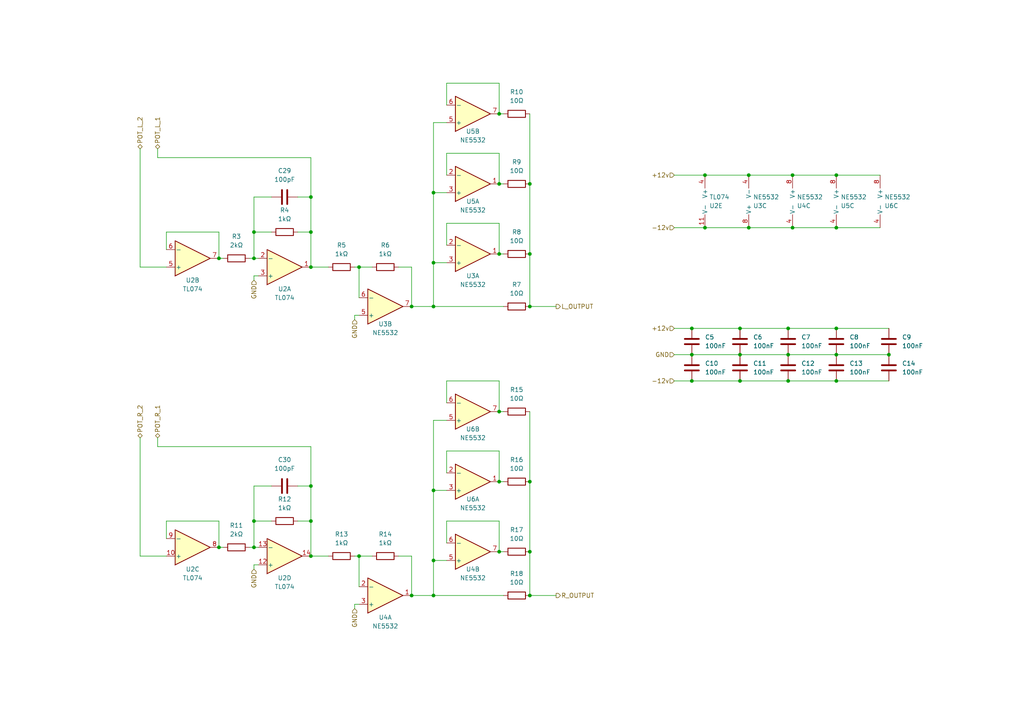
<source format=kicad_sch>
(kicad_sch (version 20230121) (generator eeschema)
  (paper "A4")
  (lib_symbols
    (symbol "Amplifier_Operational:NE5532" (pin_names (offset 0.127))
      (property "Reference" "U" (at 0 5.08 0))
      (property "Value" "NE5532" (at 0 -5.08 0))
      (symbol "NE5532_1_1"
        (polyline (pts (xy -5.08 5.08) (xy 5.08 0) (xy -5.08 -5.08) (xy -5.08 5.08)) (stroke (width 0.254)) (fill (type background)))
        (pin output line (at 7.62 0 180) (length 2.54) (name "~") (number "1"))
        (pin input line (at -7.62 -2.54 0) (length 2.54) (name "-") (number "2"))
        (pin input line (at -7.62 2.54 0) (length 2.54) (name "+") (number "3"))
      )
      (symbol "NE5532_2_1"
        (polyline (pts (xy -5.08 5.08) (xy 5.08 0) (xy -5.08 -5.08) (xy -5.08 5.08)) (stroke (width 0.254)) (fill (type background)))
        (pin input line (at -7.62 2.54 0) (length 2.54) (name "+") (number "5"))
        (pin input line (at -7.62 -2.54 0) (length 2.54) (name "-") (number "6"))
        (pin output line (at 7.62 0 180) (length 2.54) (name "~") (number "7"))
      )
      (symbol "NE5532_3_1"
        (pin power_in line (at -2.54 -7.62 90) (length 3.81) (name "V-") (number "4"))
        (pin power_in line (at -2.54 7.62 270) (length 3.81) (name "V+") (number "8"))
      )
    )
    (symbol "Amplifier_Operational:TL074" (pin_names (offset 0.127))
      (property "Reference" "U" (at 0 5.08 0))
      (property "Value" "TL074" (at 0 -5.08 0))
      (symbol "TL074_1_1"
        (polyline (pts (xy -5.08 5.08) (xy 5.08 0) (xy -5.08 -5.08) (xy -5.08 5.08)) (stroke (width 0.254)) (fill (type background)))
        (pin output line (at 7.62 0 180) (length 2.54) (name "~") (number "1"))
        (pin input line (at -7.62 -2.54 0) (length 2.54) (name "-") (number "2"))
        (pin input line (at -7.62 2.54 0) (length 2.54) (name "+") (number "3"))
      )
      (symbol "TL074_2_1"
        (polyline (pts (xy -5.08 5.08) (xy 5.08 0) (xy -5.08 -5.08) (xy -5.08 5.08)) (stroke (width 0.254)) (fill (type background)))
        (pin input line (at -7.62 2.54 0) (length 2.54) (name "+") (number "5"))
        (pin input line (at -7.62 -2.54 0) (length 2.54) (name "-") (number "6"))
        (pin output line (at 7.62 0 180) (length 2.54) (name "~") (number "7"))
      )
      (symbol "TL074_3_1"
        (polyline (pts (xy -5.08 5.08) (xy 5.08 0) (xy -5.08 -5.08) (xy -5.08 5.08)) (stroke (width 0.254)) (fill (type background)))
        (pin input line (at -7.62 2.54 0) (length 2.54) (name "+") (number "10"))
        (pin output line (at 7.62 0 180) (length 2.54) (name "~") (number "8"))
        (pin input line (at -7.62 -2.54 0) (length 2.54) (name "-") (number "9"))
      )
      (symbol "TL074_4_1"
        (polyline (pts (xy -5.08 5.08) (xy 5.08 0) (xy -5.08 -5.08) (xy -5.08 5.08)) (stroke (width 0.254)) (fill (type background)))
        (pin input line (at -7.62 2.54 0) (length 2.54) (name "+") (number "12"))
        (pin input line (at -7.62 -2.54 0) (length 2.54) (name "-") (number "13"))
        (pin output line (at 7.62 0 180) (length 2.54) (name "~") (number "14"))
      )
      (symbol "TL074_5_1"
        (pin power_in line (at -2.54 -7.62 90) (length 3.81) (name "V-") (number "11"))
        (pin power_in line (at -2.54 7.62 270) (length 3.81) (name "V+") (number "4"))
      )
    )
    (symbol "Device:C" (pin_numbers hide) (pin_names (offset 0.254))
      (property "Reference" "C" (at 0.635 2.54 0))
      (property "Value" "C" (at 0.635 -2.54 0))
      (symbol "C_0_1"
        (polyline (pts (xy -2.032 -0.762) (xy 2.032 -0.762)) (stroke (width 0.508)))
        (polyline (pts (xy -2.032 0.762) (xy 2.032 0.762)) (stroke (width 0.508)))
      )
      (symbol "C_1_1"
        (pin passive line (at 0 3.81 270) (length 2.794) (name "~") (number "1"))
        (pin passive line (at 0 -3.81 90) (length 2.794) (name "~") (number "2"))
      )
    )
    (symbol "Device:R" (pin_numbers hide) (pin_names (offset 0))
      (property "Reference" "R" (at 2.032 0 90))
      (property "Value" "R" (at 0 0 90))
      (symbol "R_0_1"
        (rectangle (start -1.016 -2.54) (end 1.016 2.54) (stroke (width 0.254)))
      )
      (symbol "R_1_1"
        (pin passive line (at 0 3.81 270) (length 1.27) (name "~") (number "1"))
        (pin passive line (at 0 -3.81 90) (length 1.27) (name "~") (number "2"))
      )
    )
  )
  (junction (at 214.63 110.49))
  (junction (at 214.63 102.87))
  (junction (at 90.17 140.97))
  (junction (at 204.47 50.8))
  (junction (at 144.78 33.02))
  (junction (at 63.5 158.75))
  (junction (at 144.78 53.34))
  (junction (at 144.78 119.38))
  (junction (at 144.78 139.7))
  (junction (at 125.73 142.24))
  (junction (at 119.38 172.72))
  (junction (at 200.66 110.49))
  (junction (at 153.67 88.9))
  (junction (at 242.57 110.49))
  (junction (at 242.57 50.8))
  (junction (at 153.67 53.34))
  (junction (at 73.66 74.93))
  (junction (at 214.63 95.25))
  (junction (at 90.17 161.29))
  (junction (at 257.81 102.87))
  (junction (at 229.87 50.8))
  (junction (at 90.17 77.47))
  (junction (at 228.6 95.25))
  (junction (at 228.6 110.49))
  (junction (at 217.17 50.8))
  (junction (at 104.14 161.29))
  (junction (at 119.38 88.9))
  (junction (at 125.73 172.72))
  (junction (at 217.17 66.04))
  (junction (at 204.47 66.04))
  (junction (at 200.66 102.87))
  (junction (at 242.57 66.04))
  (junction (at 125.73 76.2))
  (junction (at 63.5 74.93))
  (junction (at 144.78 73.66))
  (junction (at 153.67 73.66))
  (junction (at 125.73 88.9))
  (junction (at 242.57 102.87))
  (junction (at 73.66 151.13))
  (junction (at 228.6 102.87))
  (junction (at 90.17 57.15))
  (junction (at 153.67 172.72))
  (junction (at 125.73 55.88))
  (junction (at 104.14 77.47))
  (junction (at 144.78 160.02))
  (junction (at 125.73 162.56))
  (junction (at 229.87 66.04))
  (junction (at 242.57 95.25))
  (junction (at 73.66 158.75))
  (junction (at 153.67 139.7))
  (junction (at 90.17 67.31))
  (junction (at 200.66 95.25))
  (junction (at 73.66 67.31))
  (junction (at 90.17 151.13))
  (junction (at 153.67 160.02))
  (wire (pts (xy 125.73 172.72) (xy 125.73 162.56)))
  (wire (pts (xy 45.72 45.72) (xy 90.17 45.72)))
  (wire (pts (xy 73.66 140.97) (xy 78.74 140.97)))
  (wire (pts (xy 125.73 172.72) (xy 146.05 172.72)))
  (wire (pts (xy 125.73 142.24) (xy 125.73 162.56)))
  (wire (pts (xy 73.66 151.13) (xy 78.74 151.13)))
  (wire (pts (xy 72.39 158.75) (xy 73.66 158.75)))
  (wire (pts (xy 90.17 67.31) (xy 90.17 77.47)))
  (wire (pts (xy 48.26 72.39) (xy 48.26 67.31)))
  (wire (pts (xy 125.73 121.92) (xy 125.73 142.24)))
  (wire (pts (xy 204.47 50.8) (xy 217.17 50.8)))
  (wire (pts (xy 129.54 130.81) (xy 144.78 130.81)))
  (wire (pts (xy 153.67 119.38) (xy 153.67 139.7)))
  (wire (pts (xy 144.78 64.77) (xy 144.78 73.66)))
  (wire (pts (xy 40.64 43.18) (xy 40.64 77.47)))
  (wire (pts (xy 125.73 88.9) (xy 146.05 88.9)))
  (wire (pts (xy 195.58 102.87) (xy 200.66 102.87)))
  (wire (pts (xy 200.66 95.25) (xy 214.63 95.25)))
  (wire (pts (xy 102.87 77.47) (xy 104.14 77.47)))
  (wire (pts (xy 125.73 121.92) (xy 129.54 121.92)))
  (wire (pts (xy 63.5 151.13) (xy 63.5 158.75)))
  (wire (pts (xy 73.66 163.83) (xy 73.66 165.1)))
  (wire (pts (xy 73.66 74.93) (xy 74.93 74.93)))
  (wire (pts (xy 153.67 88.9) (xy 161.29 88.9)))
  (wire (pts (xy 125.73 35.56) (xy 125.73 55.88)))
  (wire (pts (xy 72.39 74.93) (xy 73.66 74.93)))
  (wire (pts (xy 125.73 55.88) (xy 129.54 55.88)))
  (wire (pts (xy 144.78 44.45) (xy 144.78 53.34)))
  (wire (pts (xy 40.64 127) (xy 40.64 161.29)))
  (wire (pts (xy 129.54 157.48) (xy 129.54 151.13)))
  (wire (pts (xy 144.78 119.38) (xy 146.05 119.38)))
  (wire (pts (xy 90.17 45.72) (xy 90.17 57.15)))
  (wire (pts (xy 40.64 77.47) (xy 48.26 77.47)))
  (wire (pts (xy 144.78 110.49) (xy 144.78 119.38)))
  (wire (pts (xy 40.64 161.29) (xy 48.26 161.29)))
  (wire (pts (xy 144.78 24.13) (xy 144.78 33.02)))
  (wire (pts (xy 129.54 116.84) (xy 129.54 110.49)))
  (wire (pts (xy 144.78 139.7) (xy 146.05 139.7)))
  (wire (pts (xy 119.38 161.29) (xy 119.38 172.72)))
  (wire (pts (xy 115.57 77.47) (xy 119.38 77.47)))
  (wire (pts (xy 242.57 95.25) (xy 257.81 95.25)))
  (wire (pts (xy 195.58 95.25) (xy 200.66 95.25)))
  (wire (pts (xy 63.5 158.75) (xy 64.77 158.75)))
  (wire (pts (xy 153.67 139.7) (xy 153.67 160.02)))
  (wire (pts (xy 125.73 35.56) (xy 129.54 35.56)))
  (wire (pts (xy 144.78 160.02) (xy 146.05 160.02)))
  (wire (pts (xy 73.66 158.75) (xy 74.93 158.75)))
  (wire (pts (xy 73.66 151.13) (xy 73.66 140.97)))
  (wire (pts (xy 104.14 91.44) (xy 102.87 91.44)))
  (wire (pts (xy 242.57 50.8) (xy 255.27 50.8)))
  (wire (pts (xy 217.17 50.8) (xy 229.87 50.8)))
  (wire (pts (xy 129.54 151.13) (xy 144.78 151.13)))
  (wire (pts (xy 129.54 71.12) (xy 129.54 64.77)))
  (wire (pts (xy 119.38 88.9) (xy 125.73 88.9)))
  (wire (pts (xy 102.87 175.26) (xy 102.87 176.53)))
  (wire (pts (xy 73.66 74.93) (xy 73.66 67.31)))
  (wire (pts (xy 86.36 140.97) (xy 90.17 140.97)))
  (wire (pts (xy 129.54 44.45) (xy 144.78 44.45)))
  (wire (pts (xy 195.58 110.49) (xy 200.66 110.49)))
  (wire (pts (xy 125.73 162.56) (xy 129.54 162.56)))
  (wire (pts (xy 129.54 64.77) (xy 144.78 64.77)))
  (wire (pts (xy 90.17 129.54) (xy 90.17 140.97)))
  (wire (pts (xy 214.63 95.25) (xy 228.6 95.25)))
  (wire (pts (xy 73.66 67.31) (xy 73.66 57.15)))
  (wire (pts (xy 90.17 140.97) (xy 90.17 151.13)))
  (wire (pts (xy 45.72 127) (xy 45.72 129.54)))
  (wire (pts (xy 48.26 151.13) (xy 63.5 151.13)))
  (wire (pts (xy 73.66 80.01) (xy 73.66 81.28)))
  (wire (pts (xy 229.87 66.04) (xy 242.57 66.04)))
  (wire (pts (xy 115.57 161.29) (xy 119.38 161.29)))
  (wire (pts (xy 104.14 77.47) (xy 104.14 86.36)))
  (wire (pts (xy 153.67 53.34) (xy 153.67 73.66)))
  (wire (pts (xy 63.5 74.93) (xy 64.77 74.93)))
  (wire (pts (xy 200.66 110.49) (xy 214.63 110.49)))
  (wire (pts (xy 144.78 53.34) (xy 146.05 53.34)))
  (wire (pts (xy 214.63 102.87) (xy 228.6 102.87)))
  (wire (pts (xy 129.54 24.13) (xy 144.78 24.13)))
  (wire (pts (xy 144.78 73.66) (xy 146.05 73.66)))
  (wire (pts (xy 45.72 129.54) (xy 90.17 129.54)))
  (wire (pts (xy 144.78 130.81) (xy 144.78 139.7)))
  (wire (pts (xy 125.73 142.24) (xy 129.54 142.24)))
  (wire (pts (xy 48.26 156.21) (xy 48.26 151.13)))
  (wire (pts (xy 144.78 33.02) (xy 146.05 33.02)))
  (wire (pts (xy 125.73 76.2) (xy 129.54 76.2)))
  (wire (pts (xy 195.58 66.04) (xy 204.47 66.04)))
  (wire (pts (xy 153.67 160.02) (xy 153.67 172.72)))
  (wire (pts (xy 86.36 67.31) (xy 90.17 67.31)))
  (wire (pts (xy 63.5 67.31) (xy 63.5 74.93)))
  (wire (pts (xy 48.26 67.31) (xy 63.5 67.31)))
  (wire (pts (xy 73.66 67.31) (xy 78.74 67.31)))
  (wire (pts (xy 217.17 66.04) (xy 229.87 66.04)))
  (wire (pts (xy 153.67 73.66) (xy 153.67 88.9)))
  (wire (pts (xy 129.54 110.49) (xy 144.78 110.49)))
  (wire (pts (xy 195.58 50.8) (xy 204.47 50.8)))
  (wire (pts (xy 45.72 43.18) (xy 45.72 45.72)))
  (wire (pts (xy 153.67 172.72) (xy 161.29 172.72)))
  (wire (pts (xy 119.38 172.72) (xy 125.73 172.72)))
  (wire (pts (xy 214.63 110.49) (xy 228.6 110.49)))
  (wire (pts (xy 229.87 50.8) (xy 242.57 50.8)))
  (wire (pts (xy 228.6 110.49) (xy 242.57 110.49)))
  (wire (pts (xy 90.17 77.47) (xy 95.25 77.47)))
  (wire (pts (xy 242.57 110.49) (xy 257.81 110.49)))
  (wire (pts (xy 228.6 95.25) (xy 242.57 95.25)))
  (wire (pts (xy 90.17 161.29) (xy 95.25 161.29)))
  (wire (pts (xy 242.57 66.04) (xy 255.27 66.04)))
  (wire (pts (xy 129.54 50.8) (xy 129.54 44.45)))
  (wire (pts (xy 86.36 151.13) (xy 90.17 151.13)))
  (wire (pts (xy 90.17 57.15) (xy 90.17 67.31)))
  (wire (pts (xy 73.66 57.15) (xy 78.74 57.15)))
  (wire (pts (xy 104.14 161.29) (xy 104.14 170.18)))
  (wire (pts (xy 102.87 161.29) (xy 104.14 161.29)))
  (wire (pts (xy 228.6 102.87) (xy 242.57 102.87)))
  (wire (pts (xy 125.73 88.9) (xy 125.73 76.2)))
  (wire (pts (xy 86.36 57.15) (xy 90.17 57.15)))
  (wire (pts (xy 73.66 158.75) (xy 73.66 151.13)))
  (wire (pts (xy 242.57 102.87) (xy 257.81 102.87)))
  (wire (pts (xy 200.66 102.87) (xy 214.63 102.87)))
  (wire (pts (xy 74.93 80.01) (xy 73.66 80.01)))
  (wire (pts (xy 129.54 30.48) (xy 129.54 24.13)))
  (wire (pts (xy 125.73 55.88) (xy 125.73 76.2)))
  (wire (pts (xy 104.14 175.26) (xy 102.87 175.26)))
  (wire (pts (xy 90.17 151.13) (xy 90.17 161.29)))
  (wire (pts (xy 74.93 163.83) (xy 73.66 163.83)))
  (wire (pts (xy 104.14 161.29) (xy 107.95 161.29)))
  (wire (pts (xy 104.14 77.47) (xy 107.95 77.47)))
  (wire (pts (xy 144.78 151.13) (xy 144.78 160.02)))
  (wire (pts (xy 102.87 91.44) (xy 102.87 92.71)))
  (wire (pts (xy 204.47 66.04) (xy 217.17 66.04)))
  (wire (pts (xy 119.38 77.47) (xy 119.38 88.9)))
  (wire (pts (xy 129.54 137.16) (xy 129.54 130.81)))
  (wire (pts (xy 153.67 33.02) (xy 153.67 53.34)))
  (hierarchical_label "L_OUTPUT" (shape output) (at 161.29 88.9 0))
  (hierarchical_label "R_OUTPUT" (shape output) (at 161.29 172.72 0))
  (hierarchical_label "GND" (shape input) (at 102.87 176.53 270))
  (hierarchical_label "POT_L_2" (shape bidirectional) (at 40.64 43.18 90))
  (hierarchical_label "POT_L_1" (shape bidirectional) (at 45.72 43.18 90))
  (hierarchical_label "GND" (shape input) (at 73.66 165.1 270))
  (hierarchical_label "-12v" (shape input) (at 195.58 110.49 180))
  (hierarchical_label "GND" (shape input) (at 195.58 102.87 180))
  (hierarchical_label "+12v" (shape input) (at 195.58 50.8 180))
  (hierarchical_label "POT_R_1" (shape bidirectional) (at 45.72 127 90))
  (hierarchical_label "GND" (shape input) (at 102.87 92.71 270))
  (hierarchical_label "POT_R_2" (shape bidirectional) (at 40.64 127 90))
  (hierarchical_label "+12v" (shape input) (at 195.58 95.25 180))
  (hierarchical_label "-12v" (shape input) (at 195.58 66.04 180))
  (hierarchical_label "GND" (shape input) (at 73.66 81.28 270))
  (symbol (lib_id "Device:R") (at 149.86 119.38 90) (unit 1)
    (property "Reference" "R15" (at 149.86 113.03 90))
    (property "Value" "10Ω" (at 149.86 115.57 90))
    (property "Footprint" "Resistor_THT:R_Axial_DIN0207_L6.3mm_D2.5mm_P10.16mm_Horizontal" (effects hide))
  )
  (symbol (lib_id "Device:C") (at 214.63 99.06 180) (unit 1)
    (property "Reference" "C6" (at 218.44 97.79 0) (effects (justify right)))
    (property "Value" "100nF" (at 218.44 100.33 0) (effects (justify right)))
    (property "Footprint" "Capacitor_THT:C_Disc_D4.7mm_W2.5mm_P5.00mm" (effects hide))
  )
  (symbol (lib_id "Device:R") (at 111.76 77.47 90) (unit 1)
    (property "Reference" "R6" (at 111.76 71.12 90))
    (property "Value" "1kΩ" (at 111.76 73.66 90))
    (property "Footprint" "Resistor_THT:R_Axial_DIN0207_L6.3mm_D2.5mm_P10.16mm_Horizontal" (effects hide))
  )
  (symbol (lib_id "Amplifier_Operational:TL074") (at 55.88 158.75 0) (mirror x) (unit 3)
    (property "Reference" "U2" (at 55.88 165.1 0))
    (property "Value" "TL074" (at 55.88 167.64 0))
    (property "Footprint" "Package_DIP:DIP-14_W7.62mm" (effects hide))
    (property "Datasheet" "http://www.ti.com/lit/ds/symlink/tl071.pdf" (effects hide))
  )
  (symbol (lib_id "Device:R") (at 149.86 160.02 90) (unit 1)
    (property "Reference" "R17" (at 149.86 153.67 90))
    (property "Value" "10Ω" (at 149.86 156.21 90))
    (property "Footprint" "Resistor_THT:R_Axial_DIN0207_L6.3mm_D2.5mm_P10.16mm_Horizontal" (effects hide))
  )
  (symbol (lib_id "Amplifier_Operational:TL074") (at 82.55 77.47 0) (mirror x) (unit 1)
    (property "Reference" "U2" (at 82.55 83.82 0))
    (property "Value" "TL074" (at 82.55 86.36 0))
    (property "Footprint" "Package_DIP:DIP-14_W7.62mm" (effects hide))
    (property "Datasheet" "http://www.ti.com/lit/ds/symlink/tl071.pdf" (effects hide))
  )
  (symbol (lib_id "Amplifier_Operational:TL074") (at 207.01 58.42 0) (unit 5)
    (property "Reference" "U2" (at 205.74 59.69 0) (effects (justify left)))
    (property "Value" "TL074" (at 205.74 57.15 0) (effects (justify left)))
    (property "Footprint" "Package_DIP:DIP-14_W7.62mm" (effects hide))
    (property "Datasheet" "http://www.ti.com/lit/ds/symlink/tl071.pdf" (effects hide))
  )
  (symbol (lib_id "Device:R") (at 149.86 139.7 90) (unit 1)
    (property "Reference" "R16" (at 149.86 133.35 90))
    (property "Value" "10Ω" (at 149.86 135.89 90))
    (property "Footprint" "Resistor_THT:R_Axial_DIN0207_L6.3mm_D2.5mm_P10.16mm_Horizontal" (effects hide))
  )
  (symbol (lib_id "Device:R") (at 82.55 67.31 90) (unit 1)
    (property "Reference" "R4" (at 82.55 60.96 90))
    (property "Value" "1kΩ" (at 82.55 63.5 90))
    (property "Footprint" "Resistor_THT:R_Axial_DIN0207_L6.3mm_D2.5mm_P10.16mm_Horizontal" (effects hide))
  )
  (symbol (lib_id "Device:R") (at 149.86 88.9 90) (unit 1)
    (property "Reference" "R7" (at 149.86 82.55 90))
    (property "Value" "10Ω" (at 149.86 85.09 90))
    (property "Footprint" "Resistor_THT:R_Axial_DIN0207_L6.3mm_D2.5mm_P10.16mm_Horizontal" (effects hide))
  )
  (symbol (lib_id "Amplifier_Operational:NE5532") (at 137.16 139.7 0) (mirror x) (unit 1)
    (property "Reference" "U6" (at 137.16 144.78 0))
    (property "Value" "NE5532" (at 137.16 147.32 0))
    (property "Footprint" "Package_DIP:DIP-8_W7.62mm" (effects hide))
    (property "Datasheet" "http://www.ti.com/lit/ds/symlink/ne5532.pdf" (effects hide))
  )
  (symbol (lib_id "Device:C") (at 82.55 57.15 90) (unit 1)
    (property "Reference" "C29" (at 82.55 49.53 90))
    (property "Value" "100pF" (at 82.55 52.07 90))
    (property "Footprint" "Capacitor_THT:C_Disc_D4.7mm_W2.5mm_P5.00mm" (effects hide))
  )
  (symbol (lib_id "Device:R") (at 149.86 73.66 90) (unit 1)
    (property "Reference" "R8" (at 149.86 67.31 90))
    (property "Value" "10Ω" (at 149.86 69.85 90))
    (property "Footprint" "Resistor_THT:R_Axial_DIN0207_L6.3mm_D2.5mm_P10.16mm_Horizontal" (effects hide))
  )
  (symbol (lib_id "Amplifier_Operational:TL074") (at 55.88 74.93 0) (mirror x) (unit 2)
    (property "Reference" "U2" (at 55.88 81.28 0))
    (property "Value" "TL074" (at 55.88 83.82 0))
    (property "Footprint" "Package_DIP:DIP-14_W7.62mm" (effects hide))
    (property "Datasheet" "http://www.ti.com/lit/ds/symlink/tl071.pdf" (effects hide))
  )
  (symbol (lib_id "Amplifier_Operational:NE5532") (at 227.33 58.42 0) (mirror y) (unit 3)
    (property "Reference" "U4" (at 231.14 59.69 0) (effects (justify right)))
    (property "Value" "NE5532" (at 231.14 57.15 0) (effects (justify right)))
    (property "Footprint" "Package_DIP:DIP-8_W7.62mm" (effects hide))
    (property "Datasheet" "http://www.ti.com/lit/ds/symlink/ne5532.pdf" (effects hide))
  )
  (symbol (lib_id "Device:R") (at 149.86 53.34 90) (unit 1)
    (property "Reference" "R9" (at 149.86 46.99 90))
    (property "Value" "10Ω" (at 149.86 49.53 90))
    (property "Footprint" "Resistor_THT:R_Axial_DIN0207_L6.3mm_D2.5mm_P10.16mm_Horizontal" (effects hide))
  )
  (symbol (lib_id "Device:R") (at 149.86 172.72 90) (unit 1)
    (property "Reference" "R18" (at 149.86 166.37 90))
    (property "Value" "10Ω" (at 149.86 168.91 90))
    (property "Footprint" "Resistor_THT:R_Axial_DIN0207_L6.3mm_D2.5mm_P10.16mm_Horizontal" (effects hide))
  )
  (symbol (lib_id "Device:R") (at 149.86 33.02 90) (unit 1)
    (property "Reference" "R10" (at 149.86 26.67 90))
    (property "Value" "10Ω" (at 149.86 29.21 90))
    (property "Footprint" "Resistor_THT:R_Axial_DIN0207_L6.3mm_D2.5mm_P10.16mm_Horizontal" (effects hide))
  )
  (symbol (lib_id "Amplifier_Operational:TL074") (at 82.55 161.29 0) (mirror x) (unit 4)
    (property "Reference" "U2" (at 82.55 167.64 0))
    (property "Value" "TL074" (at 82.55 170.18 0))
    (property "Footprint" "Package_DIP:DIP-14_W7.62mm" (effects hide))
    (property "Datasheet" "http://www.ti.com/lit/ds/symlink/tl071.pdf" (effects hide))
  )
  (symbol (lib_id "Amplifier_Operational:NE5532") (at 219.71 58.42 0) (mirror x) (unit 3)
    (property "Reference" "U3" (at 218.44 59.69 0) (effects (justify left)))
    (property "Value" "NE5532" (at 218.44 57.15 0) (effects (justify left)))
    (property "Footprint" "Package_DIP:DIP-8_W7.62mm" (effects hide))
    (property "Datasheet" "http://www.ti.com/lit/ds/symlink/ne5532.pdf" (effects hide))
  )
  (symbol (lib_id "Device:C") (at 82.55 140.97 90) (unit 1)
    (property "Reference" "C30" (at 82.55 133.35 90))
    (property "Value" "100pF" (at 82.55 135.89 90))
    (property "Footprint" "Capacitor_THT:C_Disc_D4.7mm_W2.5mm_P5.00mm" (effects hide))
  )
  (symbol (lib_id "Device:C") (at 257.81 106.68 180) (unit 1)
    (property "Reference" "C14" (at 261.62 105.41 0) (effects (justify right)))
    (property "Value" "100nF" (at 261.62 107.95 0) (effects (justify right)))
    (property "Footprint" "Capacitor_THT:C_Disc_D4.7mm_W2.5mm_P5.00mm" (effects hide))
  )
  (symbol (lib_id "Device:C") (at 200.66 106.68 180) (unit 1)
    (property "Reference" "C10" (at 204.47 105.41 0) (effects (justify right)))
    (property "Value" "100nF" (at 204.47 107.95 0) (effects (justify right)))
    (property "Footprint" "Capacitor_THT:C_Disc_D4.7mm_W2.5mm_P5.00mm" (effects hide))
  )
  (symbol (lib_id "Device:R") (at 111.76 161.29 90) (unit 1)
    (property "Reference" "R14" (at 111.76 154.94 90))
    (property "Value" "1kΩ" (at 111.76 157.48 90))
    (property "Footprint" "Resistor_THT:R_Axial_DIN0207_L6.3mm_D2.5mm_P10.16mm_Horizontal" (effects hide))
  )
  (symbol (lib_id "Amplifier_Operational:NE5532") (at 137.16 73.66 0) (mirror x) (unit 1)
    (property "Reference" "U3" (at 137.16 80.01 0))
    (property "Value" "NE5532" (at 137.16 82.55 0))
    (property "Footprint" "Package_DIP:DIP-8_W7.62mm" (effects hide))
    (property "Datasheet" "http://www.ti.com/lit/ds/symlink/ne5532.pdf" (effects hide))
  )
  (symbol (lib_id "Device:C") (at 228.6 99.06 180) (unit 1)
    (property "Reference" "C7" (at 232.41 97.79 0) (effects (justify right)))
    (property "Value" "100nF" (at 232.41 100.33 0) (effects (justify right)))
    (property "Footprint" "Capacitor_THT:C_Disc_D4.7mm_W2.5mm_P5.00mm" (effects hide))
  )
  (symbol (lib_id "Amplifier_Operational:NE5532") (at 111.76 88.9 0) (mirror x) (unit 2)
    (property "Reference" "U3" (at 111.76 93.98 0))
    (property "Value" "NE5532" (at 111.76 96.52 0))
    (property "Footprint" "Package_DIP:DIP-8_W7.62mm" (effects hide))
    (property "Datasheet" "http://www.ti.com/lit/ds/symlink/ne5532.pdf" (effects hide))
  )
  (symbol (lib_id "Device:R") (at 99.06 161.29 90) (unit 1)
    (property "Reference" "R13" (at 99.06 154.94 90))
    (property "Value" "1kΩ" (at 99.06 157.48 90))
    (property "Footprint" "Resistor_THT:R_Axial_DIN0207_L6.3mm_D2.5mm_P10.16mm_Horizontal" (effects hide))
  )
  (symbol (lib_id "Amplifier_Operational:NE5532") (at 137.16 33.02 0) (mirror x) (unit 2)
    (property "Reference" "U5" (at 137.16 38.1 0))
    (property "Value" "NE5532" (at 137.16 40.64 0))
    (property "Footprint" "Package_DIP:DIP-8_W7.62mm" (effects hide))
    (property "Datasheet" "http://www.ti.com/lit/ds/symlink/ne5532.pdf" (effects hide))
  )
  (symbol (lib_id "Amplifier_Operational:NE5532") (at 252.73 58.42 0) (mirror y) (unit 3)
    (property "Reference" "U6" (at 256.54 59.69 0) (effects (justify right)))
    (property "Value" "NE5532" (at 256.54 57.15 0) (effects (justify right)))
    (property "Footprint" "Package_DIP:DIP-8_W7.62mm" (effects hide))
    (property "Datasheet" "http://www.ti.com/lit/ds/symlink/ne5532.pdf" (effects hide))
  )
  (symbol (lib_id "Device:C") (at 257.81 99.06 180) (unit 1)
    (property "Reference" "C9" (at 261.62 97.79 0) (effects (justify right)))
    (property "Value" "100nF" (at 261.62 100.33 0) (effects (justify right)))
    (property "Footprint" "Capacitor_THT:C_Disc_D4.7mm_W2.5mm_P5.00mm" (effects hide))
  )
  (symbol (lib_id "Amplifier_Operational:NE5532") (at 137.16 119.38 0) (mirror x) (unit 2)
    (property "Reference" "U6" (at 137.16 124.46 0))
    (property "Value" "NE5532" (at 137.16 127 0))
    (property "Footprint" "Package_DIP:DIP-8_W7.62mm" (effects hide))
    (property "Datasheet" "http://www.ti.com/lit/ds/symlink/ne5532.pdf" (effects hide))
  )
  (symbol (lib_id "Amplifier_Operational:NE5532") (at 137.16 160.02 0) (mirror x) (unit 2)
    (property "Reference" "U4" (at 137.16 165.1 0))
    (property "Value" "NE5532" (at 137.16 167.64 0))
    (property "Footprint" "Package_DIP:DIP-8_W7.62mm" (effects hide))
    (property "Datasheet" "http://www.ti.com/lit/ds/symlink/ne5532.pdf" (effects hide))
  )
  (symbol (lib_id "Device:C") (at 242.57 99.06 180) (unit 1)
    (property "Reference" "C8" (at 246.38 97.79 0) (effects (justify right)))
    (property "Value" "100nF" (at 246.38 100.33 0) (effects (justify right)))
    (property "Footprint" "Capacitor_THT:C_Disc_D4.7mm_W2.5mm_P5.00mm" (effects hide))
  )
  (symbol (lib_id "Device:R") (at 99.06 77.47 90) (unit 1)
    (property "Reference" "R5" (at 99.06 71.12 90))
    (property "Value" "1kΩ" (at 99.06 73.66 90))
    (property "Footprint" "Resistor_THT:R_Axial_DIN0207_L6.3mm_D2.5mm_P10.16mm_Horizontal" (effects hide))
  )
  (symbol (lib_id "Device:R") (at 68.58 158.75 90) (unit 1)
    (property "Reference" "R11" (at 68.58 152.4 90))
    (property "Value" "2kΩ" (at 68.58 154.94 90))
    (property "Footprint" "Resistor_THT:R_Axial_DIN0207_L6.3mm_D2.5mm_P10.16mm_Horizontal" (effects hide))
  )
  (symbol (lib_id "Device:R") (at 68.58 74.93 90) (unit 1)
    (property "Reference" "R3" (at 68.58 68.58 90))
    (property "Value" "2kΩ" (at 68.58 71.12 90))
    (property "Footprint" "Resistor_THT:R_Axial_DIN0207_L6.3mm_D2.5mm_P10.16mm_Horizontal" (effects hide))
  )
  (symbol (lib_id "Device:C") (at 200.66 99.06 180) (unit 1)
    (property "Reference" "C5" (at 204.47 97.79 0) (effects (justify right)))
    (property "Value" "100nF" (at 204.47 100.33 0) (effects (justify right)))
    (property "Footprint" "Capacitor_THT:C_Disc_D4.7mm_W2.5mm_P5.00mm" (effects hide))
  )
  (symbol (lib_id "Amplifier_Operational:NE5532") (at 137.16 53.34 0) (mirror x) (unit 1)
    (property "Reference" "U5" (at 137.16 58.42 0))
    (property "Value" "NE5532" (at 137.16 60.96 0))
    (property "Footprint" "Package_DIP:DIP-8_W7.62mm" (effects hide))
    (property "Datasheet" "http://www.ti.com/lit/ds/symlink/ne5532.pdf" (effects hide))
  )
  (symbol (lib_id "Device:C") (at 214.63 106.68 180) (unit 1)
    (property "Reference" "C11" (at 218.44 105.41 0) (effects (justify right)))
    (property "Value" "100nF" (at 218.44 107.95 0) (effects (justify right)))
    (property "Footprint" "Capacitor_THT:C_Disc_D4.7mm_W2.5mm_P5.00mm" (effects hide))
  )
  (symbol (lib_id "Amplifier_Operational:NE5532") (at 240.03 58.42 0) (mirror y) (unit 3)
    (property "Reference" "U5" (at 243.84 59.69 0) (effects (justify right)))
    (property "Value" "NE5532" (at 243.84 57.15 0) (effects (justify right)))
    (property "Footprint" "Package_DIP:DIP-8_W7.62mm" (effects hide))
    (property "Datasheet" "http://www.ti.com/lit/ds/symlink/ne5532.pdf" (effects hide))
  )
  (symbol (lib_id "Device:C") (at 228.6 106.68 180) (unit 1)
    (property "Reference" "C12" (at 232.41 105.41 0) (effects (justify right)))
    (property "Value" "100nF" (at 232.41 107.95 0) (effects (justify right)))
    (property "Footprint" "Capacitor_THT:C_Disc_D4.7mm_W2.5mm_P5.00mm" (effects hide))
  )
  (symbol (lib_id "Amplifier_Operational:NE5532") (at 111.76 172.72 0) (mirror x) (unit 1)
    (property "Reference" "U4" (at 111.76 179.07 0))
    (property "Value" "NE5532" (at 111.76 181.61 0))
    (property "Footprint" "Package_DIP:DIP-8_W7.62mm" (effects hide))
    (property "Datasheet" "http://www.ti.com/lit/ds/symlink/ne5532.pdf" (effects hide))
  )
  (symbol (lib_id "Device:R") (at 82.55 151.13 90) (unit 1)
    (property "Reference" "R12" (at 82.55 144.78 90))
    (property "Value" "1kΩ" (at 82.55 147.32 90))
    (property "Footprint" "Resistor_THT:R_Axial_DIN0207_L6.3mm_D2.5mm_P10.16mm_Horizontal" (effects hide))
  )
  (symbol (lib_id "Device:C") (at 242.57 106.68 180) (unit 1)
    (property "Reference" "C13" (at 246.38 105.41 0) (effects (justify right)))
    (property "Value" "100nF" (at 246.38 107.95 0) (effects (justify right)))
    (property "Footprint" "Capacitor_THT:C_Disc_D4.7mm_W2.5mm_P5.00mm" (effects hide))
  )
)
</source>
